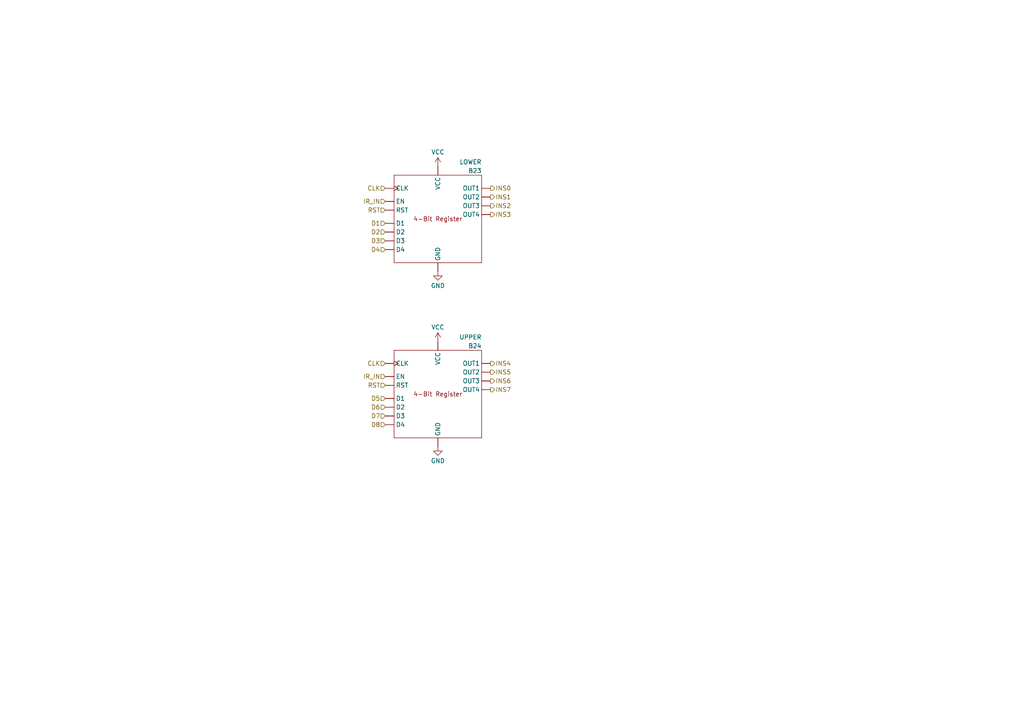
<source format=kicad_sch>
(kicad_sch (version 20230121) (generator eeschema)
  (paper "A4")
  (lib_symbols
    (symbol "MiniDragon:4-Bit Register"
      (property "Reference" "B" (at -12.7 13.97 0))
      (symbol "4-Bit Register_0_1"
        (rectangle (start -12.7 12.7) (end 12.7 -12.7))
      )
      (symbol "4-Bit Register_1_1"
        (text "4-Bit Register" (at 0 0 0) (effects (font (size 1.27 1.27))))
        (pin input clock (at -15.24 8.89 0) (length 2.54) (name "CLK") (number ""))
        (pin input line (at -15.24 -1.27 0) (length 2.54) (name "D1") (number ""))
        (pin input line (at -15.24 -3.81 0) (length 2.54) (name "D2") (number ""))
        (pin input line (at -15.24 -6.35 0) (length 2.54) (name "D3") (number ""))
        (pin input line (at -15.24 -8.89 0) (length 2.54) (name "D4") (number ""))
        (pin input line (at -15.24 5.08 0) (length 2.54) (name "EN") (number ""))
        (pin power_in line (at 0 -15.24 90) (length 2.54) (name "GND") (number ""))
        (pin output line (at 15.24 8.89 180) (length 2.54) (name "OUT1") (number ""))
        (pin output line (at 15.24 6.35 180) (length 2.54) (name "OUT2") (number ""))
        (pin output line (at 15.24 3.81 180) (length 2.54) (name "OUT3") (number ""))
        (pin output line (at 15.24 1.27 180) (length 2.54) (name "OUT4") (number ""))
        (pin input line (at -15.24 2.54 0) (length 2.54) (name "RST") (number ""))
        (pin power_in line (at 0 15.24 270) (length 2.54) (name "VCC") (number ""))
      )
    )
    (symbol "power:GND" (power) (pin_names (offset 0))
      (property "Value" "GND" (at 0 -3.81 0))
      (symbol "GND_0_1"
        (polyline (pts (xy 0 0) (xy 0 -1.27) (xy 1.27 -1.27) (xy 0 -2.54) (xy -1.27 -1.27) (xy 0 -1.27)))
      )
      (symbol "GND_1_1"
        (pin power_in line (at 0 0 270) (length 0) hide (name "GND") (number "1"))
      )
    )
    (symbol "power:VCC" (power) (pin_names (offset 0))
      (property "Value" "VCC" (at 0 3.81 0))
      (symbol "VCC_0_1"
        (polyline (pts (xy -0.762 1.27) (xy 0 2.54)))
        (polyline (pts (xy 0 0) (xy 0 2.54)))
        (polyline (pts (xy 0 2.54) (xy 0.762 1.27)))
      )
      (symbol "VCC_1_1"
        (pin power_in line (at 0 0 90) (length 0) hide (name "VCC") (number "1"))
      )
    )
  )
  (hierarchical_label "RST" (shape input) (at 111.76 60.96 180))
  (hierarchical_label "INS3" (shape output) (at 142.24 62.23 0))
  (hierarchical_label "CLK" (shape input) (at 111.76 105.41 180))
  (hierarchical_label "RST" (shape input) (at 111.76 111.76 180))
  (hierarchical_label "D5" (shape input) (at 111.76 115.57 180))
  (hierarchical_label "IR_IN" (shape input) (at 111.76 58.42 180))
  (hierarchical_label "D3" (shape input) (at 111.76 69.85 180))
  (hierarchical_label "CLK" (shape input) (at 111.76 54.61 180))
  (hierarchical_label "INS7" (shape output) (at 142.24 113.03 0))
  (hierarchical_label "D7" (shape input) (at 111.76 120.65 180))
  (hierarchical_label "INS4" (shape output) (at 142.24 105.41 0))
  (hierarchical_label "INS0" (shape output) (at 142.24 54.61 0))
  (hierarchical_label "D2" (shape input) (at 111.76 67.31 180))
  (hierarchical_label "INS5" (shape output) (at 142.24 107.95 0))
  (hierarchical_label "IR_IN" (shape input) (at 111.76 109.22 180))
  (hierarchical_label "D1" (shape input) (at 111.76 64.77 180))
  (hierarchical_label "INS6" (shape output) (at 142.24 110.49 0))
  (hierarchical_label "D6" (shape input) (at 111.76 118.11 180))
  (hierarchical_label "D4" (shape input) (at 111.76 72.39 180))
  (hierarchical_label "INS2" (shape output) (at 142.24 59.69 0))
  (hierarchical_label "D8" (shape input) (at 111.76 123.19 180))
  (hierarchical_label "INS1" (shape output) (at 142.24 57.15 0))
  (symbol (lib_id "power:GND") (at 127 129.54 0) (unit 1)
    (property "Reference" "#PWR049" (effects hide))
    (property "Value" "GND" (at 127 133.6731 0))
  )
  (symbol (lib_id "power:VCC") (at 127 48.26 0) (unit 1)
    (property "Reference" "#PWR046" (effects hide))
    (property "Value" "VCC" (at 127 44.1269 0))
  )
  (symbol (lib_id "power:VCC") (at 127 99.06 0) (unit 1)
    (property "Reference" "#PWR048" (effects hide))
    (property "Value" "VCC" (at 127 94.9269 0))
  )
  (symbol (lib_id "MiniDragon:4-Bit Register") (at 127 63.5 0) (unit 1)
    (property "Reference" "B23" (at 139.7 49.53 0) (effects (justify right)))
    (property "Value" "LOWER" (at 139.7 46.99 0) (effects (justify right)))
  )
  (symbol (lib_id "power:GND") (at 127 78.74 0) (unit 1)
    (property "Reference" "#PWR047" (effects hide))
    (property "Value" "GND" (at 127 82.8731 0))
  )
  (symbol (lib_id "MiniDragon:4-Bit Register") (at 127 114.3 0) (unit 1)
    (property "Reference" "B24" (at 139.7 100.33 0) (effects (justify right)))
    (property "Value" "UPPER" (at 139.7 97.79 0) (effects (justify right)))
  )
)
</source>
